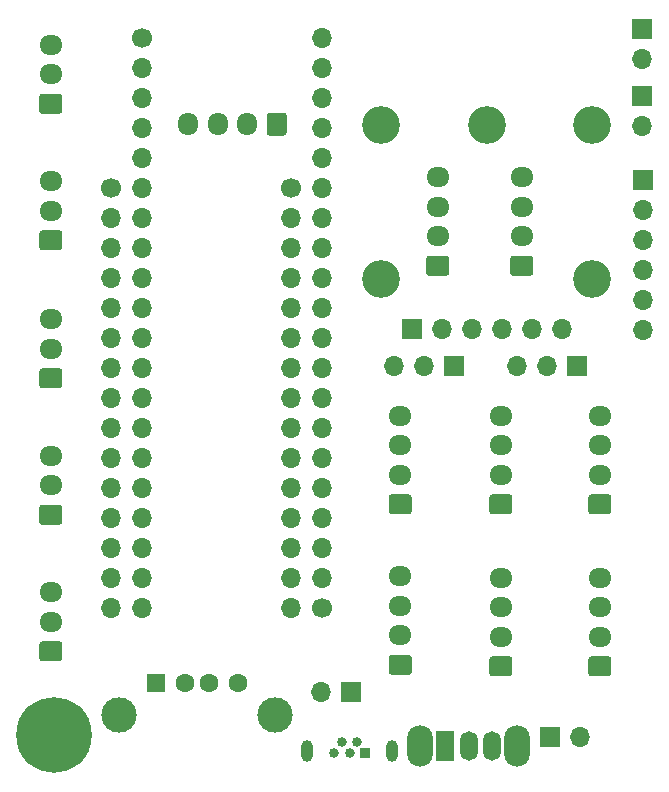
<source format=gbr>
G04 #@! TF.GenerationSoftware,KiCad,Pcbnew,5.1.10*
G04 #@! TF.CreationDate,2021-11-17T11:05:38+01:00*
G04 #@! TF.ProjectId,test_pcb,74657374-5f70-4636-922e-6b696361645f,rev?*
G04 #@! TF.SameCoordinates,Original*
G04 #@! TF.FileFunction,Soldermask,Bot*
G04 #@! TF.FilePolarity,Negative*
%FSLAX46Y46*%
G04 Gerber Fmt 4.6, Leading zero omitted, Abs format (unit mm)*
G04 Created by KiCad (PCBNEW 5.1.10) date 2021-11-17 11:05:38*
%MOMM*%
%LPD*%
G01*
G04 APERTURE LIST*
%ADD10O,1.000000X1.850000*%
%ADD11C,0.840000*%
%ADD12R,0.840000X0.840000*%
%ADD13R,1.700000X1.700000*%
%ADD14O,1.700000X1.700000*%
%ADD15O,1.700000X1.950000*%
%ADD16C,1.700000*%
%ADD17O,1.950000X1.700000*%
%ADD18O,2.200000X3.500000*%
%ADD19O,1.500000X2.500000*%
%ADD20R,1.500000X2.500000*%
%ADD21C,3.200000*%
%ADD22C,6.400000*%
%ADD23C,0.800000*%
%ADD24C,1.600000*%
%ADD25R,1.600000X1.500000*%
%ADD26C,3.000000*%
G04 APERTURE END LIST*
D10*
G04 #@! TO.C,J13*
X74944500Y-92871000D03*
X82094500Y-92871000D03*
D11*
X77219500Y-93091000D03*
X77869500Y-92091000D03*
X78519500Y-93091000D03*
X79169500Y-92091000D03*
D12*
X79819500Y-93091000D03*
G04 #@! TD*
D13*
G04 #@! TO.C,J8*
X83761580Y-57150000D03*
D14*
X86301580Y-57150000D03*
X88841580Y-57150000D03*
X91381580Y-57150000D03*
X93921580Y-57150000D03*
X96461580Y-57150000D03*
G04 #@! TD*
D15*
G04 #@! TO.C,J1*
X64839200Y-39827200D03*
X67339200Y-39827200D03*
X69839200Y-39827200D03*
G36*
G01*
X73189200Y-39102200D02*
X73189200Y-40552200D01*
G75*
G02*
X72939200Y-40802200I-250000J0D01*
G01*
X71739200Y-40802200D01*
G75*
G02*
X71489200Y-40552200I0J250000D01*
G01*
X71489200Y-39102200D01*
G75*
G02*
X71739200Y-38852200I250000J0D01*
G01*
X72939200Y-38852200D01*
G75*
G02*
X73189200Y-39102200I0J-250000D01*
G01*
G37*
G04 #@! TD*
D14*
G04 #@! TO.C,J10*
X60960000Y-80772000D03*
X60960000Y-78232000D03*
X60960000Y-75692000D03*
X60960000Y-73152000D03*
X60960000Y-70612000D03*
X60960000Y-68072000D03*
X60960000Y-65532000D03*
X60960000Y-62992000D03*
X60960000Y-60452000D03*
X60960000Y-57912000D03*
X60960000Y-55372000D03*
X60960000Y-52832000D03*
X60960000Y-50292000D03*
X60960000Y-47752000D03*
X60960000Y-45212000D03*
X60960000Y-42672000D03*
X60960000Y-40132000D03*
X60960000Y-37592000D03*
X60960000Y-35052000D03*
D16*
X60960000Y-32512000D03*
G04 #@! TD*
D14*
G04 #@! TO.C,J11*
X76200000Y-32512000D03*
X76200000Y-35052000D03*
X76200000Y-37592000D03*
X76200000Y-40132000D03*
X76200000Y-42672000D03*
X76200000Y-45212000D03*
X76200000Y-47752000D03*
X76200000Y-50292000D03*
X76200000Y-52832000D03*
X76200000Y-55372000D03*
X76200000Y-57912000D03*
X76200000Y-60452000D03*
X76200000Y-62992000D03*
X76200000Y-65532000D03*
X76200000Y-68072000D03*
X76200000Y-70612000D03*
X76200000Y-73152000D03*
X76200000Y-75692000D03*
X76200000Y-78232000D03*
D16*
X76200000Y-80772000D03*
G04 #@! TD*
D14*
G04 #@! TO.C,J3*
X103251000Y-34290000D03*
D13*
X103251000Y-31750000D03*
G04 #@! TD*
G04 #@! TO.C,J24*
G36*
G01*
X53938000Y-85305000D02*
X52488000Y-85305000D01*
G75*
G02*
X52238000Y-85055000I0J250000D01*
G01*
X52238000Y-83855000D01*
G75*
G02*
X52488000Y-83605000I250000J0D01*
G01*
X53938000Y-83605000D01*
G75*
G02*
X54188000Y-83855000I0J-250000D01*
G01*
X54188000Y-85055000D01*
G75*
G02*
X53938000Y-85305000I-250000J0D01*
G01*
G37*
D17*
X53213000Y-81955000D03*
X53213000Y-79455000D03*
G04 #@! TD*
D14*
G04 #@! TO.C,J6*
X58293000Y-80772000D03*
X58293000Y-78232000D03*
X58293000Y-75692000D03*
X58293000Y-73152000D03*
X58293000Y-70612000D03*
X58293000Y-68072000D03*
X58293000Y-65532000D03*
X58293000Y-62992000D03*
X58293000Y-60452000D03*
X58293000Y-57912000D03*
X58293000Y-55372000D03*
X58293000Y-52832000D03*
X58293000Y-50292000D03*
X58293000Y-47752000D03*
D16*
X58293000Y-45212000D03*
G04 #@! TD*
D14*
G04 #@! TO.C,J28*
X73561000Y-80772000D03*
X73561000Y-78232000D03*
X73561000Y-75692000D03*
X73561000Y-73152000D03*
X73561000Y-70612000D03*
X73561000Y-68072000D03*
X73561000Y-65532000D03*
X73561000Y-62992000D03*
X73561000Y-60452000D03*
X73561000Y-57912000D03*
X73561000Y-55372000D03*
X73561000Y-52832000D03*
X73561000Y-50292000D03*
X73561000Y-47752000D03*
D16*
X73561000Y-45212000D03*
G04 #@! TD*
D13*
G04 #@! TO.C,J27*
X87376000Y-60325000D03*
D14*
X84836000Y-60325000D03*
X82296000Y-60325000D03*
G04 #@! TD*
D17*
G04 #@! TO.C,J26*
X93091000Y-44316000D03*
X93091000Y-46816000D03*
X93091000Y-49316000D03*
G36*
G01*
X93816000Y-52666000D02*
X92366000Y-52666000D01*
G75*
G02*
X92116000Y-52416000I0J250000D01*
G01*
X92116000Y-51216000D01*
G75*
G02*
X92366000Y-50966000I250000J0D01*
G01*
X93816000Y-50966000D01*
G75*
G02*
X94066000Y-51216000I0J-250000D01*
G01*
X94066000Y-52416000D01*
G75*
G02*
X93816000Y-52666000I-250000J0D01*
G01*
G37*
G04 #@! TD*
G04 #@! TO.C,J25*
X85979000Y-44316000D03*
X85979000Y-46816000D03*
X85979000Y-49316000D03*
G36*
G01*
X86704100Y-52666000D02*
X85253900Y-52666000D01*
G75*
G02*
X85004000Y-52416100I0J249900D01*
G01*
X85004000Y-51215900D01*
G75*
G02*
X85253900Y-50966000I249900J0D01*
G01*
X86704100Y-50966000D01*
G75*
G02*
X86954000Y-51215900I0J-249900D01*
G01*
X86954000Y-52416100D01*
G75*
G02*
X86704100Y-52666000I-249900J0D01*
G01*
G37*
G04 #@! TD*
D18*
G04 #@! TO.C,SW1*
X92714000Y-92456000D03*
X84514000Y-92456000D03*
D19*
X90614000Y-92456000D03*
X88614000Y-92456000D03*
D20*
X86614000Y-92456000D03*
G04 #@! TD*
D21*
G04 #@! TO.C, *
X90110000Y-39900000D03*
G04 #@! TD*
D14*
G04 #@! TO.C,J5*
X76073000Y-87884000D03*
D13*
X78613000Y-87884000D03*
G04 #@! TD*
D14*
G04 #@! TO.C,J4*
X103251000Y-40005000D03*
D13*
X103251000Y-37465000D03*
G04 #@! TD*
D14*
G04 #@! TO.C,J2*
X98044000Y-91694000D03*
D13*
X95504000Y-91694000D03*
G04 #@! TD*
G04 #@! TO.C,J7*
X97790000Y-60325000D03*
D14*
X95250000Y-60325000D03*
X92710000Y-60325000D03*
G04 #@! TD*
G04 #@! TO.C,J20*
G36*
G01*
X53938100Y-62191000D02*
X52487900Y-62191000D01*
G75*
G02*
X52238000Y-61941100I0J249900D01*
G01*
X52238000Y-60740900D01*
G75*
G02*
X52487900Y-60491000I249900J0D01*
G01*
X53938100Y-60491000D01*
G75*
G02*
X54188000Y-60740900I0J-249900D01*
G01*
X54188000Y-61941100D01*
G75*
G02*
X53938100Y-62191000I-249900J0D01*
G01*
G37*
D17*
X53213000Y-58841000D03*
X53213000Y-56341000D03*
G04 #@! TD*
D13*
G04 #@! TO.C,J9*
X103378000Y-44577000D03*
D14*
X103378000Y-47117000D03*
X103378000Y-49657000D03*
X103378000Y-52197000D03*
X103378000Y-54737000D03*
X103378000Y-57277000D03*
G04 #@! TD*
G04 #@! TO.C,J19*
G36*
G01*
X83529000Y-86448000D02*
X82079000Y-86448000D01*
G75*
G02*
X81829000Y-86198000I0J250000D01*
G01*
X81829000Y-84998000D01*
G75*
G02*
X82079000Y-84748000I250000J0D01*
G01*
X83529000Y-84748000D01*
G75*
G02*
X83779000Y-84998000I0J-250000D01*
G01*
X83779000Y-86198000D01*
G75*
G02*
X83529000Y-86448000I-250000J0D01*
G01*
G37*
D17*
X82804000Y-83098000D03*
X82804000Y-80598000D03*
X82804000Y-78098000D03*
G04 #@! TD*
D22*
G04 #@! TO.C,H3*
X53467000Y-91567000D03*
D23*
X55867000Y-91567000D03*
X55164056Y-93264056D03*
X53467000Y-93967000D03*
X51769944Y-93264056D03*
X51067000Y-91567000D03*
X51769944Y-89869944D03*
X53467000Y-89167000D03*
X55164056Y-89869944D03*
G04 #@! TD*
D21*
G04 #@! TO.C,H2*
X81200000Y-52900000D03*
G04 #@! TD*
G04 #@! TO.C,H5*
X99000000Y-52900000D03*
G04 #@! TD*
G04 #@! TO.C,H4*
X99000000Y-39900000D03*
G04 #@! TD*
G04 #@! TO.C,H1*
X81200000Y-39900000D03*
G04 #@! TD*
D17*
G04 #@! TO.C,J23*
X53213000Y-33100000D03*
X53213000Y-35600000D03*
G36*
G01*
X53938000Y-38950000D02*
X52488000Y-38950000D01*
G75*
G02*
X52238000Y-38700000I0J250000D01*
G01*
X52238000Y-37500000D01*
G75*
G02*
X52488000Y-37250000I250000J0D01*
G01*
X53938000Y-37250000D01*
G75*
G02*
X54188000Y-37500000I0J-250000D01*
G01*
X54188000Y-38700000D01*
G75*
G02*
X53938000Y-38950000I-250000J0D01*
G01*
G37*
G04 #@! TD*
D24*
G04 #@! TO.C,J12*
X69103000Y-87122000D03*
X66603000Y-87122000D03*
X64603000Y-87122000D03*
D25*
X62103000Y-87122000D03*
D26*
X72173000Y-89832000D03*
X59033000Y-89832000D03*
G04 #@! TD*
G04 #@! TO.C,J18*
G36*
G01*
X83529000Y-72859000D02*
X82079000Y-72859000D01*
G75*
G02*
X81829000Y-72609000I0J250000D01*
G01*
X81829000Y-71409000D01*
G75*
G02*
X82079000Y-71159000I250000J0D01*
G01*
X83529000Y-71159000D01*
G75*
G02*
X83779000Y-71409000I0J-250000D01*
G01*
X83779000Y-72609000D01*
G75*
G02*
X83529000Y-72859000I-250000J0D01*
G01*
G37*
D17*
X82804000Y-69509000D03*
X82804000Y-67009000D03*
X82804000Y-64509000D03*
G04 #@! TD*
G04 #@! TO.C,J14*
G36*
G01*
X92038000Y-72859000D02*
X90588000Y-72859000D01*
G75*
G02*
X90338000Y-72609000I0J250000D01*
G01*
X90338000Y-71409000D01*
G75*
G02*
X90588000Y-71159000I250000J0D01*
G01*
X92038000Y-71159000D01*
G75*
G02*
X92288000Y-71409000I0J-250000D01*
G01*
X92288000Y-72609000D01*
G75*
G02*
X92038000Y-72859000I-250000J0D01*
G01*
G37*
X91313000Y-69509000D03*
X91313000Y-67009000D03*
X91313000Y-64509000D03*
G04 #@! TD*
G04 #@! TO.C,J21*
X53213000Y-67898000D03*
X53213000Y-70398000D03*
G36*
G01*
X53938100Y-73748000D02*
X52487900Y-73748000D01*
G75*
G02*
X52238000Y-73498100I0J249900D01*
G01*
X52238000Y-72297900D01*
G75*
G02*
X52487900Y-72048000I249900J0D01*
G01*
X53938100Y-72048000D01*
G75*
G02*
X54188000Y-72297900I0J-249900D01*
G01*
X54188000Y-73498100D01*
G75*
G02*
X53938100Y-73748000I-249900J0D01*
G01*
G37*
G04 #@! TD*
G04 #@! TO.C,J17*
G36*
G01*
X100420000Y-72859000D02*
X98970000Y-72859000D01*
G75*
G02*
X98720000Y-72609000I0J250000D01*
G01*
X98720000Y-71409000D01*
G75*
G02*
X98970000Y-71159000I250000J0D01*
G01*
X100420000Y-71159000D01*
G75*
G02*
X100670000Y-71409000I0J-250000D01*
G01*
X100670000Y-72609000D01*
G75*
G02*
X100420000Y-72859000I-250000J0D01*
G01*
G37*
X99695000Y-69509000D03*
X99695000Y-67009000D03*
X99695000Y-64509000D03*
G04 #@! TD*
G04 #@! TO.C,J15*
G36*
G01*
X92038000Y-86575000D02*
X90588000Y-86575000D01*
G75*
G02*
X90338000Y-86325000I0J250000D01*
G01*
X90338000Y-85125000D01*
G75*
G02*
X90588000Y-84875000I250000J0D01*
G01*
X92038000Y-84875000D01*
G75*
G02*
X92288000Y-85125000I0J-250000D01*
G01*
X92288000Y-86325000D01*
G75*
G02*
X92038000Y-86575000I-250000J0D01*
G01*
G37*
X91313000Y-83225000D03*
X91313000Y-80725000D03*
X91313000Y-78225000D03*
G04 #@! TD*
G04 #@! TO.C,J16*
G36*
G01*
X100420000Y-86575000D02*
X98970000Y-86575000D01*
G75*
G02*
X98720000Y-86325000I0J250000D01*
G01*
X98720000Y-85125000D01*
G75*
G02*
X98970000Y-84875000I250000J0D01*
G01*
X100420000Y-84875000D01*
G75*
G02*
X100670000Y-85125000I0J-250000D01*
G01*
X100670000Y-86325000D01*
G75*
G02*
X100420000Y-86575000I-250000J0D01*
G01*
G37*
X99695000Y-83225000D03*
X99695000Y-80725000D03*
X99695000Y-78225000D03*
G04 #@! TD*
G04 #@! TO.C,J22*
X53213000Y-44657000D03*
X53213000Y-47157000D03*
G36*
G01*
X53938000Y-50507000D02*
X52488000Y-50507000D01*
G75*
G02*
X52238000Y-50257000I0J250000D01*
G01*
X52238000Y-49057000D01*
G75*
G02*
X52488000Y-48807000I250000J0D01*
G01*
X53938000Y-48807000D01*
G75*
G02*
X54188000Y-49057000I0J-250000D01*
G01*
X54188000Y-50257000D01*
G75*
G02*
X53938000Y-50507000I-250000J0D01*
G01*
G37*
G04 #@! TD*
M02*

</source>
